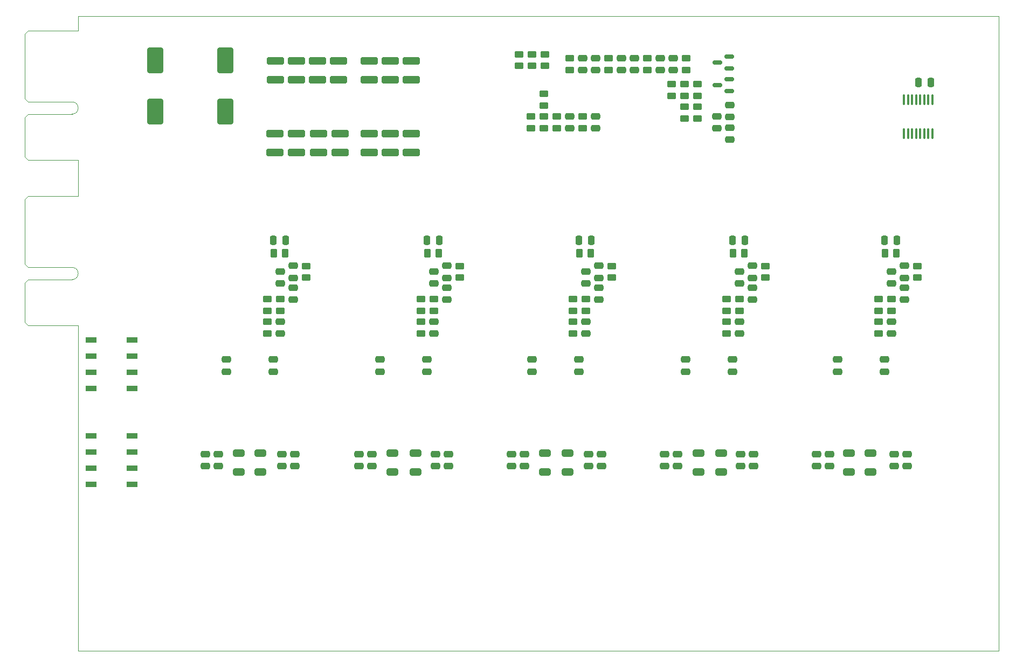
<source format=gbr>
%TF.GenerationSoftware,KiCad,Pcbnew,8.0.6*%
%TF.CreationDate,2024-11-29T00:06:03+01:00*%
%TF.ProjectId,EKO_Miner_PowerBoard-53667,454b4f5f-4d69-46e6-9572-5f506f776572,rev?*%
%TF.SameCoordinates,Original*%
%TF.FileFunction,Paste,Top*%
%TF.FilePolarity,Positive*%
%FSLAX46Y46*%
G04 Gerber Fmt 4.6, Leading zero omitted, Abs format (unit mm)*
G04 Created by KiCad (PCBNEW 8.0.6) date 2024-11-29 00:06:03*
%MOMM*%
%LPD*%
G01*
G04 APERTURE LIST*
G04 Aperture macros list*
%AMRoundRect*
0 Rectangle with rounded corners*
0 $1 Rounding radius*
0 $2 $3 $4 $5 $6 $7 $8 $9 X,Y pos of 4 corners*
0 Add a 4 corners polygon primitive as box body*
4,1,4,$2,$3,$4,$5,$6,$7,$8,$9,$2,$3,0*
0 Add four circle primitives for the rounded corners*
1,1,$1+$1,$2,$3*
1,1,$1+$1,$4,$5*
1,1,$1+$1,$6,$7*
1,1,$1+$1,$8,$9*
0 Add four rect primitives between the rounded corners*
20,1,$1+$1,$2,$3,$4,$5,0*
20,1,$1+$1,$4,$5,$6,$7,0*
20,1,$1+$1,$6,$7,$8,$9,0*
20,1,$1+$1,$8,$9,$2,$3,0*%
G04 Aperture macros list end*
%ADD10RoundRect,0.250000X-1.100000X0.325000X-1.100000X-0.325000X1.100000X-0.325000X1.100000X0.325000X0*%
%ADD11RoundRect,0.250000X-0.475000X0.250000X-0.475000X-0.250000X0.475000X-0.250000X0.475000X0.250000X0*%
%ADD12RoundRect,0.250000X0.262500X0.450000X-0.262500X0.450000X-0.262500X-0.450000X0.262500X-0.450000X0*%
%ADD13RoundRect,0.250000X1.100000X-0.325000X1.100000X0.325000X-1.100000X0.325000X-1.100000X-0.325000X0*%
%ADD14RoundRect,0.250000X0.475000X-0.250000X0.475000X0.250000X-0.475000X0.250000X-0.475000X-0.250000X0*%
%ADD15RoundRect,0.250000X0.450000X-0.262500X0.450000X0.262500X-0.450000X0.262500X-0.450000X-0.262500X0*%
%ADD16RoundRect,0.250000X-0.650000X0.325000X-0.650000X-0.325000X0.650000X-0.325000X0.650000X0.325000X0*%
%ADD17RoundRect,0.100000X0.100000X-0.712500X0.100000X0.712500X-0.100000X0.712500X-0.100000X-0.712500X0*%
%ADD18RoundRect,0.250000X-0.450000X0.262500X-0.450000X-0.262500X0.450000X-0.262500X0.450000X0.262500X0*%
%ADD19RoundRect,0.150000X0.587500X0.150000X-0.587500X0.150000X-0.587500X-0.150000X0.587500X-0.150000X0*%
%ADD20RoundRect,0.250000X1.000000X-1.750000X1.000000X1.750000X-1.000000X1.750000X-1.000000X-1.750000X0*%
%ADD21R,1.800000X0.900000*%
%ADD22RoundRect,0.250000X0.250000X0.475000X-0.250000X0.475000X-0.250000X-0.475000X0.250000X-0.475000X0*%
%ADD23RoundRect,0.250000X-0.250000X-0.475000X0.250000X-0.475000X0.250000X0.475000X-0.250000X0.475000X0*%
%TA.AperFunction,Profile*%
%ADD24C,0.100000*%
%TD*%
G04 APERTURE END LIST*
D10*
%TO.C,C30*%
X120470000Y-43769000D03*
X120470000Y-46719000D03*
%TD*%
%TO.C,C27*%
X123772000Y-43769000D03*
X123772000Y-46719000D03*
%TD*%
%TO.C,C17*%
X127074000Y-43769000D03*
X127074000Y-46719000D03*
%TD*%
D11*
%TO.C,C77*%
X132916000Y-94078000D03*
X132916000Y-95978000D03*
%TD*%
D12*
%TO.C,R36*%
X203297500Y-62515999D03*
X201472500Y-62515999D03*
%TD*%
D13*
%TO.C,C50*%
X127074000Y-35289000D03*
X127074000Y-32339000D03*
%TD*%
D14*
%TO.C,C19*%
X151966000Y-42892000D03*
X151966000Y-40992000D03*
%TD*%
D11*
%TO.C,C86*%
X142822000Y-94078000D03*
X142822000Y-95978000D03*
%TD*%
D10*
%TO.C,C22*%
X115898000Y-43769000D03*
X115898000Y-46719000D03*
%TD*%
D11*
%TO.C,C88*%
X130884000Y-94078000D03*
X130884000Y-95978000D03*
%TD*%
%TO.C,C123*%
X130630000Y-65376000D03*
X130630000Y-67276000D03*
%TD*%
D15*
%TO.C,R44*%
X152474000Y-71556499D03*
X152474000Y-69731499D03*
%TD*%
D16*
%TO.C,C74*%
X199210000Y-93934000D03*
X199210000Y-96884000D03*
%TD*%
D15*
%TO.C,R45*%
X176604000Y-71556499D03*
X176604000Y-69731499D03*
%TD*%
D11*
%TO.C,C140*%
X154506000Y-65375999D03*
X154506000Y-67275999D03*
%TD*%
D15*
%TO.C,R57*%
X145870000Y-42854500D03*
X145870000Y-41029500D03*
%TD*%
D14*
%TO.C,C97*%
X132662000Y-66387000D03*
X132662000Y-64487000D03*
%TD*%
D11*
%TO.C,C121*%
X130630000Y-73250000D03*
X130630000Y-75150000D03*
%TD*%
D16*
%TO.C,C61*%
X127709000Y-93934000D03*
X127709000Y-96884000D03*
%TD*%
D15*
%TO.C,R50*%
X178636000Y-71556499D03*
X178636000Y-69731499D03*
%TD*%
D17*
%TO.C,U3*%
X204480500Y-43690500D03*
X205115500Y-43690500D03*
X205750500Y-43690500D03*
X206385500Y-43690500D03*
X207020500Y-43690500D03*
X207655500Y-43690500D03*
X208290500Y-43690500D03*
X208925500Y-43690500D03*
X208925500Y-38415500D03*
X208290500Y-38415500D03*
X207655500Y-38415500D03*
X207020500Y-38415500D03*
X206385500Y-38415500D03*
X205750500Y-38415500D03*
X205115500Y-38415500D03*
X204480500Y-38415500D03*
%TD*%
D15*
%TO.C,R20*%
X170000000Y-37774500D03*
X170000000Y-35949500D03*
%TD*%
D13*
%TO.C,C39*%
X120470000Y-35289000D03*
X120470000Y-32339000D03*
%TD*%
D18*
%TO.C,R25*%
X151966000Y-31885500D03*
X151966000Y-33710500D03*
%TD*%
D15*
%TO.C,R40*%
X152474000Y-75112499D03*
X152474000Y-73287499D03*
%TD*%
%TO.C,R41*%
X176604000Y-75112499D03*
X176604000Y-73287499D03*
%TD*%
D11*
%TO.C,C174*%
X202512000Y-65375999D03*
X202512000Y-67275999D03*
%TD*%
D19*
%TO.C,Q2*%
X177033500Y-33494000D03*
X177033500Y-31594000D03*
X175158500Y-32544000D03*
%TD*%
D10*
%TO.C,C21*%
X112469000Y-43769000D03*
X112469000Y-46719000D03*
%TD*%
D11*
%TO.C,C13*%
X175080000Y-40992000D03*
X175080000Y-42892000D03*
%TD*%
D12*
%TO.C,R32*%
X155291500Y-62515999D03*
X153466500Y-62515999D03*
%TD*%
D20*
%TO.C,C10*%
X97864000Y-40227000D03*
X97864000Y-32227000D03*
%TD*%
D14*
%TO.C,C36*%
X160094000Y-33748000D03*
X160094000Y-31848000D03*
%TD*%
%TO.C,C117*%
X170127000Y-81119000D03*
X170127000Y-79219000D03*
%TD*%
%TO.C,C38*%
X153998000Y-33748000D03*
X153998000Y-31848000D03*
%TD*%
D18*
%TO.C,R3*%
X145997000Y-31250500D03*
X145997000Y-33075500D03*
%TD*%
D14*
%TO.C,C120*%
X201369000Y-81119000D03*
X201369000Y-79219000D03*
%TD*%
D21*
%TO.C,J3*%
X83200000Y-83810000D03*
X76800000Y-83810000D03*
X83200000Y-81270000D03*
X76800000Y-81270000D03*
X83200000Y-78730000D03*
X76800000Y-78730000D03*
X83200000Y-76190000D03*
X76800000Y-76190000D03*
%TD*%
D11*
%TO.C,C65*%
X120851000Y-94078000D03*
X120851000Y-95978000D03*
%TD*%
D10*
%TO.C,C20*%
X109040000Y-43769000D03*
X109040000Y-46719000D03*
%TD*%
D22*
%TO.C,C125*%
X131453000Y-60484000D03*
X129553000Y-60484000D03*
%TD*%
D23*
%TO.C,C5*%
X206769000Y-35719000D03*
X208669000Y-35719000D03*
%TD*%
D16*
%TO.C,C64*%
X151585000Y-93934000D03*
X151585000Y-96884000D03*
%TD*%
D11*
%TO.C,C12*%
X177112000Y-39214000D03*
X177112000Y-41114000D03*
%TD*%
%TO.C,C172*%
X202512000Y-73249999D03*
X202512000Y-75149999D03*
%TD*%
D18*
%TO.C,R2*%
X148029000Y-31250500D03*
X148029000Y-33075500D03*
%TD*%
D15*
%TO.C,R48*%
X130630000Y-71556500D03*
X130630000Y-69731500D03*
%TD*%
D18*
%TO.C,R24*%
X164158000Y-31885500D03*
X164158000Y-33710500D03*
%TD*%
D15*
%TO.C,R38*%
X104468000Y-75112500D03*
X104468000Y-73287500D03*
%TD*%
D18*
%TO.C,R27*%
X153998000Y-41029500D03*
X153998000Y-42854500D03*
%TD*%
D11*
%TO.C,C96*%
X168857000Y-94078000D03*
X168857000Y-95978000D03*
%TD*%
D14*
%TO.C,C102*%
X204544000Y-66386999D03*
X204544000Y-64486999D03*
%TD*%
%TO.C,C105*%
X108532000Y-69816000D03*
X108532000Y-67916000D03*
%TD*%
%TO.C,C118*%
X177493000Y-81119000D03*
X177493000Y-79219000D03*
%TD*%
D22*
%TO.C,C176*%
X203335000Y-60483999D03*
X201435000Y-60483999D03*
%TD*%
D20*
%TO.C,C11*%
X86815000Y-40227000D03*
X86815000Y-32227000D03*
%TD*%
D11*
%TO.C,C106*%
X106500000Y-65376000D03*
X106500000Y-67276000D03*
%TD*%
D10*
%TO.C,C18*%
X105611000Y-43769000D03*
X105611000Y-46719000D03*
%TD*%
D14*
%TO.C,C156*%
X180668000Y-69815999D03*
X180668000Y-67915999D03*
%TD*%
D16*
%TO.C,C76*%
X195860000Y-93934000D03*
X195860000Y-96884000D03*
%TD*%
D14*
%TO.C,C116*%
X153363000Y-81119000D03*
X153363000Y-79219000D03*
%TD*%
D15*
%TO.C,R52*%
X134694000Y-66349500D03*
X134694000Y-64524500D03*
%TD*%
D11*
%TO.C,C82*%
X156919000Y-94078000D03*
X156919000Y-95978000D03*
%TD*%
D16*
%TO.C,C67*%
X148029000Y-93934000D03*
X148029000Y-96884000D03*
%TD*%
D14*
%TO.C,C98*%
X156538000Y-66386999D03*
X156538000Y-64486999D03*
%TD*%
%TO.C,C33*%
X162126000Y-33748000D03*
X162126000Y-31848000D03*
%TD*%
D15*
%TO.C,R46*%
X200480000Y-71556499D03*
X200480000Y-69731499D03*
%TD*%
D12*
%TO.C,R28*%
X107285500Y-62516000D03*
X105460500Y-62516000D03*
%TD*%
D18*
%TO.C,R26*%
X147902000Y-37473500D03*
X147902000Y-39298500D03*
%TD*%
D14*
%TO.C,C113*%
X122121000Y-81119001D03*
X122121000Y-79219001D03*
%TD*%
D11*
%TO.C,C157*%
X178636000Y-65375999D03*
X178636000Y-67275999D03*
%TD*%
D12*
%TO.C,R34*%
X179421500Y-62515999D03*
X177596500Y-62515999D03*
%TD*%
D14*
%TO.C,C139*%
X156538000Y-69815999D03*
X156538000Y-67915999D03*
%TD*%
D11*
%TO.C,C70*%
X154887000Y-94078000D03*
X154887000Y-95978000D03*
%TD*%
%TO.C,C99*%
X190701000Y-94078000D03*
X190701000Y-95978000D03*
%TD*%
D18*
%TO.C,R16*%
X167968000Y-35949500D03*
X167968000Y-37774500D03*
%TD*%
D14*
%TO.C,C119*%
X194003000Y-81119000D03*
X194003000Y-79219000D03*
%TD*%
D16*
%TO.C,C71*%
X172159000Y-93934000D03*
X172159000Y-96884000D03*
%TD*%
D14*
%TO.C,C111*%
X97991000Y-81119001D03*
X97991000Y-79219001D03*
%TD*%
D11*
%TO.C,C92*%
X144854000Y-94078000D03*
X144854000Y-95978000D03*
%TD*%
%TO.C,C75*%
X178763000Y-94078000D03*
X178763000Y-95978000D03*
%TD*%
D15*
%TO.C,R49*%
X154506000Y-71556499D03*
X154506000Y-69731499D03*
%TD*%
D11*
%TO.C,C90*%
X166825000Y-94078000D03*
X166825000Y-95978000D03*
%TD*%
%TO.C,C138*%
X154506000Y-73249999D03*
X154506000Y-75149999D03*
%TD*%
%TO.C,C104*%
X106500000Y-73250000D03*
X106500000Y-75150000D03*
%TD*%
D15*
%TO.C,R55*%
X206576000Y-66349499D03*
X206576000Y-64524499D03*
%TD*%
D16*
%TO.C,C69*%
X175715000Y-93934000D03*
X175715000Y-96884000D03*
%TD*%
D11*
%TO.C,C31*%
X166190000Y-31848000D03*
X166190000Y-33748000D03*
%TD*%
%TO.C,C94*%
X180795000Y-94078000D03*
X180795000Y-95978000D03*
%TD*%
D14*
%TO.C,C112*%
X105357000Y-81119001D03*
X105357000Y-79219001D03*
%TD*%
%TO.C,C40*%
X156030000Y-33748000D03*
X156030000Y-31848000D03*
%TD*%
D11*
%TO.C,C63*%
X94689000Y-94078000D03*
X94689000Y-95978000D03*
%TD*%
D18*
%TO.C,R14*%
X149934000Y-41029500D03*
X149934000Y-42854500D03*
%TD*%
D11*
%TO.C,C101*%
X192733000Y-94078000D03*
X192733000Y-95978000D03*
%TD*%
D14*
%TO.C,C115*%
X145997000Y-81119000D03*
X145997000Y-79219000D03*
%TD*%
D22*
%TO.C,C159*%
X179459000Y-60483999D03*
X177559000Y-60483999D03*
%TD*%
D16*
%TO.C,C56*%
X103325000Y-93934000D03*
X103325000Y-96884000D03*
%TD*%
D13*
%TO.C,C16*%
X123772000Y-35289000D03*
X123772000Y-32339000D03*
%TD*%
%TO.C,C215*%
X112342000Y-35289000D03*
X112342000Y-32339000D03*
%TD*%
D11*
%TO.C,C68*%
X108786000Y-94078000D03*
X108786000Y-95978000D03*
%TD*%
D15*
%TO.C,R18*%
X110564000Y-66349500D03*
X110564000Y-64524500D03*
%TD*%
D13*
%TO.C,C214*%
X109040000Y-35289000D03*
X109040000Y-32339000D03*
%TD*%
%TO.C,C216*%
X115644000Y-35289000D03*
X115644000Y-32339000D03*
%TD*%
D15*
%TO.C,R42*%
X200480000Y-75112499D03*
X200480000Y-73287499D03*
%TD*%
D22*
%TO.C,C108*%
X107323000Y-60484000D03*
X105423000Y-60484000D03*
%TD*%
D11*
%TO.C,C84*%
X106754000Y-94078000D03*
X106754000Y-95978000D03*
%TD*%
D21*
%TO.C,J4*%
X83200000Y-98810000D03*
X76800000Y-98810000D03*
X83200000Y-96270000D03*
X76800000Y-96270000D03*
X83200000Y-93730000D03*
X76800000Y-93730000D03*
X83200000Y-91190000D03*
X76800000Y-91190000D03*
%TD*%
D15*
%TO.C,R51*%
X202512000Y-71556499D03*
X202512000Y-69731499D03*
%TD*%
D14*
%TO.C,C95*%
X108532000Y-66387000D03*
X108532000Y-64487000D03*
%TD*%
D15*
%TO.C,R47*%
X106500000Y-71556500D03*
X106500000Y-69731500D03*
%TD*%
D14*
%TO.C,C173*%
X204544000Y-69815999D03*
X204544000Y-67915999D03*
%TD*%
D15*
%TO.C,R22*%
X158062000Y-33710500D03*
X158062000Y-31885500D03*
%TD*%
D13*
%TO.C,C213*%
X105738000Y-35289000D03*
X105738000Y-32339000D03*
%TD*%
D11*
%TO.C,C72*%
X118819000Y-94078000D03*
X118819000Y-95978000D03*
%TD*%
%TO.C,C14*%
X177112000Y-42770000D03*
X177112000Y-44670000D03*
%TD*%
D14*
%TO.C,C41*%
X156030000Y-42892000D03*
X156030000Y-40992000D03*
%TD*%
D18*
%TO.C,R23*%
X170254000Y-31885500D03*
X170254000Y-33710500D03*
%TD*%
D12*
%TO.C,R30*%
X131415500Y-62516000D03*
X129590500Y-62516000D03*
%TD*%
D16*
%TO.C,C58*%
X99975000Y-93934000D03*
X99975000Y-96884000D03*
%TD*%
D14*
%TO.C,C100*%
X180668000Y-66386999D03*
X180668000Y-64486999D03*
%TD*%
D16*
%TO.C,C62*%
X124105000Y-93934000D03*
X124105000Y-96884000D03*
%TD*%
D18*
%TO.C,R17*%
X172000000Y-39505500D03*
X172000000Y-41330500D03*
%TD*%
D15*
%TO.C,R54*%
X182700000Y-66349499D03*
X182700000Y-64524499D03*
%TD*%
D11*
%TO.C,C103*%
X204925000Y-94078000D03*
X204925000Y-95978000D03*
%TD*%
D22*
%TO.C,C142*%
X155329000Y-60483999D03*
X153429000Y-60483999D03*
%TD*%
D14*
%TO.C,C122*%
X132662000Y-69816000D03*
X132662000Y-67916000D03*
%TD*%
D18*
%TO.C,R15*%
X170000000Y-39505500D03*
X170000000Y-41330500D03*
%TD*%
D11*
%TO.C,C155*%
X178636000Y-73249999D03*
X178636000Y-75149999D03*
%TD*%
D15*
%TO.C,R53*%
X158570000Y-66349499D03*
X158570000Y-64524499D03*
%TD*%
%TO.C,R43*%
X128598000Y-71556500D03*
X128598000Y-69731500D03*
%TD*%
%TO.C,R56*%
X147902000Y-42854500D03*
X147902000Y-41029500D03*
%TD*%
D11*
%TO.C,C60*%
X96721000Y-94078000D03*
X96721000Y-95978000D03*
%TD*%
D19*
%TO.C,Q1*%
X177033500Y-37050000D03*
X177033500Y-35150000D03*
X175158500Y-36100000D03*
%TD*%
D11*
%TO.C,C79*%
X202893000Y-94078000D03*
X202893000Y-95978000D03*
%TD*%
D15*
%TO.C,R13*%
X104468000Y-71556500D03*
X104468000Y-69731500D03*
%TD*%
%TO.C,R39*%
X128598000Y-75112500D03*
X128598000Y-73287500D03*
%TD*%
D14*
%TO.C,C114*%
X129487000Y-81119001D03*
X129487000Y-79219001D03*
%TD*%
%TO.C,C32*%
X168222000Y-33748000D03*
X168222000Y-31848000D03*
%TD*%
D18*
%TO.C,R4*%
X143965000Y-31250500D03*
X143965000Y-33075500D03*
%TD*%
%TO.C,R19*%
X172032000Y-35949500D03*
X172032000Y-37774500D03*
%TD*%
D24*
X74750000Y-125000000D02*
X74750000Y-73850000D01*
X74750000Y-53550000D02*
X74750000Y-47850000D01*
X74750000Y-125000000D02*
X219350000Y-125000000D01*
X74750000Y-27550000D02*
X74750000Y-25250000D01*
X74750000Y-25250000D02*
X219350000Y-25250000D01*
X219350000Y-125000000D02*
X219350000Y-25250000D01*
%TO.C,J2*%
X66350000Y-54050000D02*
X66350000Y-64250000D01*
X66350000Y-67150000D02*
X66350000Y-73350000D01*
X66850000Y-53550000D02*
X66350000Y-54050000D01*
X66850000Y-64750000D02*
X66350000Y-64250000D01*
X66850000Y-66650000D02*
X66350000Y-67150000D01*
X66850000Y-73850000D02*
X66350000Y-73350000D01*
X73800000Y-64750000D02*
X66850000Y-64750000D01*
X73800000Y-66650000D02*
X66850000Y-66650000D01*
X74750000Y-53550000D02*
X66850000Y-53550000D01*
X74750000Y-73850000D02*
X66850000Y-73850000D01*
X73800000Y-64750000D02*
G75*
G02*
X73800000Y-66650000I0J-950000D01*
G01*
%TO.C,J1*%
X66350000Y-28050000D02*
X66350000Y-38250000D01*
X66350000Y-41150000D02*
X66350000Y-47350000D01*
X66850000Y-27550000D02*
X66350000Y-28050000D01*
X66850000Y-38750000D02*
X66350000Y-38250000D01*
X66850000Y-40650000D02*
X66350000Y-41150000D01*
X66850000Y-47850000D02*
X66350000Y-47350000D01*
X73800000Y-38750000D02*
X66850000Y-38750000D01*
X73800000Y-40650000D02*
X66850000Y-40650000D01*
X74750000Y-27550000D02*
X66850000Y-27550000D01*
X74750000Y-47850000D02*
X66850000Y-47850000D01*
X73800000Y-38750000D02*
G75*
G02*
X73800000Y-40650000I0J-950000D01*
G01*
%TD*%
M02*

</source>
